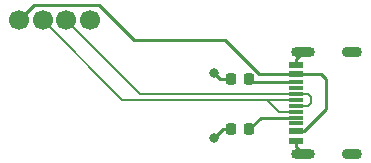
<source format=gbr>
%TF.GenerationSoftware,KiCad,Pcbnew,(5.99.0-8775-g06a515339c)*%
%TF.CreationDate,2021-02-12T20:04:26-05:00*%
%TF.ProjectId,dock,646f636b-2e6b-4696-9361-645f70636258,rev?*%
%TF.SameCoordinates,Original*%
%TF.FileFunction,Copper,L1,Top*%
%TF.FilePolarity,Positive*%
%FSLAX46Y46*%
G04 Gerber Fmt 4.6, Leading zero omitted, Abs format (unit mm)*
G04 Created by KiCad (PCBNEW (5.99.0-8775-g06a515339c)) date 2021-02-12 20:04:26*
%MOMM*%
%LPD*%
G01*
G04 APERTURE LIST*
G04 Aperture macros list*
%AMRoundRect*
0 Rectangle with rounded corners*
0 $1 Rounding radius*
0 $2 $3 $4 $5 $6 $7 $8 $9 X,Y pos of 4 corners*
0 Add a 4 corners polygon primitive as box body*
4,1,4,$2,$3,$4,$5,$6,$7,$8,$9,$2,$3,0*
0 Add four circle primitives for the rounded corners*
1,1,$1+$1,$2,$3*
1,1,$1+$1,$4,$5*
1,1,$1+$1,$6,$7*
1,1,$1+$1,$8,$9*
0 Add four rect primitives between the rounded corners*
20,1,$1+$1,$2,$3,$4,$5,0*
20,1,$1+$1,$4,$5,$6,$7,0*
20,1,$1+$1,$6,$7,$8,$9,0*
20,1,$1+$1,$8,$9,$2,$3,0*%
G04 Aperture macros list end*
%TA.AperFunction,SMDPad,CuDef*%
%ADD10RoundRect,0.218750X0.218750X0.256250X-0.218750X0.256250X-0.218750X-0.256250X0.218750X-0.256250X0*%
%TD*%
%TA.AperFunction,SMDPad,CuDef*%
%ADD11C,1.700000*%
%TD*%
%TA.AperFunction,SMDPad,CuDef*%
%ADD12R,1.160000X0.600000*%
%TD*%
%TA.AperFunction,SMDPad,CuDef*%
%ADD13R,1.160000X0.300000*%
%TD*%
%TA.AperFunction,ComponentPad*%
%ADD14O,1.700000X0.900000*%
%TD*%
%TA.AperFunction,ComponentPad*%
%ADD15O,2.000000X0.900000*%
%TD*%
%TA.AperFunction,ViaPad*%
%ADD16C,0.800000*%
%TD*%
%TA.AperFunction,Conductor*%
%ADD17C,0.250000*%
%TD*%
%TA.AperFunction,Conductor*%
%ADD18C,0.200000*%
%TD*%
G04 APERTURE END LIST*
D10*
%TO.P,R2,2*%
%TO.N,GND*%
X14925000Y-3000000D03*
%TO.P,R2,1*%
%TO.N,Net-(J1-PadB5)*%
X16500000Y-3000000D03*
%TD*%
%TO.P,R1,2*%
%TO.N,GND*%
X14925000Y-7250000D03*
%TO.P,R1,1*%
%TO.N,Net-(J1-PadA5)*%
X16500000Y-7250000D03*
%TD*%
D11*
%TO.P,J2,4,Pin_4*%
%TO.N,GND*%
X3000000Y2000000D03*
%TO.P,J2,3,Pin_3*%
%TO.N,USB_DP*%
X1000000Y2000000D03*
%TO.P,J2,2,Pin_2*%
%TO.N,USB_DN*%
X-1000000Y2000000D03*
%TO.P,J2,1,Pin_1*%
%TO.N,VUSB*%
X-3000000Y2000000D03*
%TD*%
D12*
%TO.P,J1,A12,GND*%
%TO.N,GND*%
X20490000Y-1800000D03*
%TO.P,J1,A9,VBUS*%
%TO.N,VUSB*%
X20490000Y-2600000D03*
%TO.P,J1,B1,GND*%
%TO.N,GND*%
X20490000Y-1800000D03*
%TO.P,J1,B4,VBUS*%
%TO.N,VUSB*%
X20490000Y-2600000D03*
%TO.P,J1,B12,GND*%
%TO.N,GND*%
X20490000Y-8200000D03*
%TO.P,J1,A1,GND*%
X20490000Y-8200000D03*
%TO.P,J1,B9,VBUS*%
%TO.N,VUSB*%
X20490000Y-7400000D03*
%TO.P,J1,A4,VBUS*%
X20490000Y-7400000D03*
D13*
%TO.P,J1,B5,CC2*%
%TO.N,Net-(J1-PadB5)*%
X20490000Y-3250000D03*
%TO.P,J1,B6,D+*%
%TO.N,USB_DP*%
X20490000Y-4250000D03*
%TO.P,J1,A8,SBU1*%
%TO.N,unconnected-(J1-PadA8)*%
X20490000Y-3750000D03*
%TO.P,J1,A5,CC1*%
%TO.N,Net-(J1-PadA5)*%
X20490000Y-6250000D03*
%TO.P,J1,B8,SBU2*%
%TO.N,unconnected-(J1-PadB8)*%
X20490000Y-6750000D03*
%TO.P,J1,A7,D-*%
%TO.N,USB_DN*%
X20490000Y-4750000D03*
%TO.P,J1,A6,D+*%
%TO.N,USB_DP*%
X20490000Y-5250000D03*
%TO.P,J1,B7,D-*%
%TO.N,USB_DN*%
X20490000Y-5750000D03*
D14*
%TO.P,J1,S1,SHIELD*%
%TO.N,GND*%
X25240000Y-680000D03*
X25240000Y-9320000D03*
D15*
X21070000Y-680000D03*
X21070000Y-9320000D03*
%TD*%
D16*
%TO.N,GND*%
X13500000Y-8000000D03*
X13500000Y-2500000D03*
X3000000Y2000000D03*
%TD*%
D17*
%TO.N,VUSB*%
X20490000Y-2600000D02*
X17344008Y-2600000D01*
X17344008Y-2600000D02*
X14469029Y274979D01*
X14469029Y274979D02*
X6725021Y274979D01*
X6725021Y274979D02*
X3750000Y3250000D01*
X3750000Y3250000D02*
X-1750000Y3250000D01*
X-1750000Y3250000D02*
X-3000000Y2000000D01*
%TO.N,GND*%
X14250000Y-7250000D02*
X13500000Y-8000000D01*
X14925000Y-7250000D02*
X14250000Y-7250000D01*
X14000000Y-3000000D02*
X13500000Y-2500000D01*
X14925000Y-3000000D02*
X14000000Y-3000000D01*
X20490000Y-1800000D02*
X20490000Y-1260000D01*
X20490000Y-1260000D02*
X21070000Y-680000D01*
X20490000Y-8200000D02*
X20490000Y-8740000D01*
X20490000Y-8740000D02*
X21070000Y-9320000D01*
%TO.N,Net-(J1-PadB5)*%
X16500000Y-3000000D02*
X16750000Y-3250000D01*
X16750000Y-3250000D02*
X20490000Y-3250000D01*
%TO.N,Net-(J1-PadA5)*%
X16500000Y-7250000D02*
X17500000Y-6250000D01*
X17500000Y-6250000D02*
X20490000Y-6250000D01*
D18*
%TO.N,USB_DN*%
X20490000Y-5750000D02*
X19000000Y-5750000D01*
X19000000Y-5750000D02*
X18000000Y-4750000D01*
%TO.N,USB_DP*%
X20490000Y-4250000D02*
X21500000Y-4250000D01*
X21500000Y-4250000D02*
X21750000Y-4500000D01*
X20490000Y-5250000D02*
X21500000Y-5250000D01*
X21750000Y-4500000D02*
X21750000Y-5000000D01*
X21750000Y-5000000D02*
X21500000Y-5250000D01*
%TO.N,USB_DN*%
X-1000000Y2000000D02*
X5750000Y-4750000D01*
X5750000Y-4750000D02*
X20490000Y-4750000D01*
%TO.N,USB_DP*%
X20490000Y-4250000D02*
X7250000Y-4250000D01*
X7250000Y-4250000D02*
X1000000Y2000000D01*
D17*
%TO.N,VUSB*%
X20490000Y-2600000D02*
X22600000Y-2600000D01*
X22600000Y-2600000D02*
X23000000Y-3000000D01*
X23000000Y-3000000D02*
X23000000Y-5555020D01*
X23000000Y-5555020D02*
X21155020Y-7400000D01*
X21155020Y-7400000D02*
X20490000Y-7400000D01*
%TD*%
M02*

</source>
